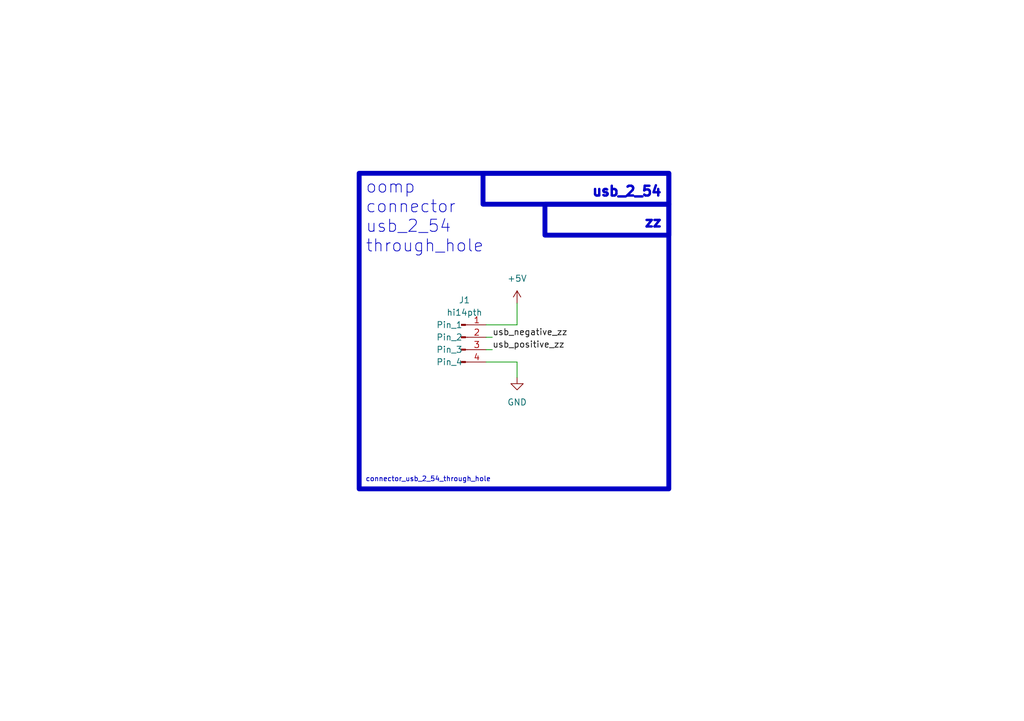
<source format=kicad_sch>
(kicad_sch (version 20230121) (generator eeschema)
  (paper "A5")
  (lib_symbols
    (symbol "oomlout_oomp_part_symbols:hi14pth_electronic_header_2_54_mm_4_pin_through_hole" (pin_names (offset 1.016))
      (property "Reference" "J" (at 0 5.08 0))
      (property "Value" "hi14pth_electronic_header_2_54_mm_4_pin_through_hole" (at 0 -7.62 0))
      (symbol "hi14pth_electronic_header_2_54_mm_4_pin_through_hole_1_1"
        (polyline (pts (xy 1.27 -5.08) (xy 0.8636 -5.08)) (stroke (width 0.1524)))
        (polyline (pts (xy 1.27 -2.54) (xy 0.8636 -2.54)) (stroke (width 0.1524)))
        (polyline (pts (xy 1.27 0) (xy 0.8636 0)) (stroke (width 0.1524)))
        (polyline (pts (xy 1.27 2.54) (xy 0.8636 2.54)) (stroke (width 0.1524)))
        (rectangle (start 0.8636 -4.953) (end 0 -5.207) (stroke (width 0.1524)) (fill (type outline)))
        (rectangle (start 0.8636 -2.413) (end 0 -2.667) (stroke (width 0.1524)) (fill (type outline)))
        (rectangle (start 0.8636 0.127) (end 0 -0.127) (stroke (width 0.1524)) (fill (type outline)))
        (rectangle (start 0.8636 2.667) (end 0 2.413) (stroke (width 0.1524)) (fill (type outline)))
        (pin passive line (at 5.08 2.54 180) (length 3.81) (name "Pin_1") (number "1"))
        (pin passive line (at 5.08 0 180) (length 3.81) (name "Pin_2") (number "2"))
        (pin passive line (at 5.08 -2.54 180) (length 3.81) (name "Pin_3") (number "3"))
        (pin passive line (at 5.08 -5.08 180) (length 3.81) (name "Pin_4") (number "4"))
      )
    )
    (symbol "power:+5V" (power) (pin_names (offset 0))
      (property "Value" "+5V" (at 0 3.556 0))
      (symbol "+5V_0_1"
        (polyline (pts (xy -0.762 1.27) (xy 0 2.54)))
        (polyline (pts (xy 0 0) (xy 0 2.54)))
        (polyline (pts (xy 0 2.54) (xy 0.762 1.27)))
      )
      (symbol "+5V_1_1"
        (pin power_in line (at 0 0 90) (length 0) hide (name "+5V") (number "1"))
      )
    )
    (symbol "power:GND" (power) (pin_names (offset 0))
      (property "Value" "GND" (at 0 -3.81 0))
      (symbol "GND_0_1"
        (polyline (pts (xy 0 0) (xy 0 -1.27) (xy 1.27 -1.27) (xy 0 -2.54) (xy -1.27 -1.27) (xy 0 -1.27)))
      )
      (symbol "GND_1_1"
        (pin power_in line (at 0 0 270) (length 0) hide (name "GND") (number "1"))
      )
    )
  )
  (wire (pts (xy 99.695 66.675) (xy 106.045 66.675)))
  (wire (pts (xy 99.695 71.755) (xy 100.965 71.755)))
  (wire (pts (xy 99.695 69.215) (xy 100.965 69.215)))
  (wire (pts (xy 106.045 66.675) (xy 106.045 62.23)))
  (wire (pts (xy 106.045 74.295) (xy 106.045 77.47)))
  (wire (pts (xy 99.695 74.295) (xy 106.045 74.295)))
  (rectangle (start 111.76 41.91) (end 137.16 48.26) (stroke (width 1)))
  (rectangle (start 73.66 35.56) (end 137.16 100.33) (stroke (width 1)))
  (rectangle (start 99.06 35.56) (end 137.16 41.91) (stroke (width 1)))
  (text "oomp\nconnector\nusb_2_54\nthrough_hole\n" (at 74.93 52.07 0) (effects (font (size 2.5 2.5)) (justify left bottom)))
  (text "connector_usb_2_54_through_hole" (at 74.93 99.06 0) (effects (font (size 1 1)) (justify left bottom)))
  (text "usb_2_54" (at 135.89 40.64 0) (effects (font (size 2 2) (thickness 0.8) bold) (justify right bottom)))
  (text "zz" (at 135.89 46.99 0) (effects (font (size 2 2) (thickness 0.8) bold) (justify right bottom)))
  (label "usb_positive_zz" (at 100.965 71.755 0))
  (label "usb_negative_zz" (at 100.965 69.215 0))
  (symbol (lib_id "oomlout_oomp_part_symbols:hi14pth_electronic_header_2_54_mm_4_pin_through_hole") (at 94.615 69.215 0) (unit 1)
    (property "Reference" "J1" (at 95.25 61.595 0))
    (property "Value" "hi14pth" (at 95.25 64.135 0))
    (property "Footprint" "oomlout_oomp_part_footprints:hi14pth_electronic_header_2_54_mm_4_pin_through_hole" (effects hide))
    (property "Datasheet" "https://github.com/oomlout/oomlout_oomp_v3/parts/electronic_header_2_54_mm_4_pin_through_hole/datasheet.pdf" (effects hide))
  )
  (symbol (lib_id "power:+5V") (at 106.045 62.23 0) (unit 1)
    (property "Reference" "#PWR01" (effects hide))
    (property "Value" "+5V" (at 106.045 57.15 0))
  )
  (symbol (lib_id "power:GND") (at 106.045 77.47 0) (unit 1)
    (property "Reference" "#PWR03" (effects hide))
    (property "Value" "GND" (at 106.045 82.55 0))
  )
)
</source>
